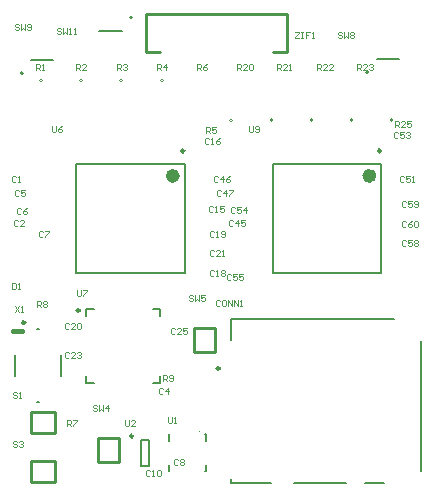
<source format=gto>
G04*
G04 #@! TF.GenerationSoftware,Altium Limited,Altium Designer,19.1.7 (138)*
G04*
G04 Layer_Color=65535*
%FSLAX43Y43*%
%MOMM*%
G71*
G01*
G75*
%ADD10C,0.200*%
%ADD11C,0.250*%
%ADD12C,0.600*%
%ADD13C,0.100*%
%ADD14C,0.000*%
%ADD15C,0.127*%
%ADD16C,0.254*%
%ADD17C,0.400*%
%ADD18C,0.102*%
D10*
X30375Y25385D02*
G03*
X30375Y25385I-100J0D01*
G01*
X1100Y25285D02*
G03*
X1100Y25285I-100J0D01*
G01*
X10375Y30015D02*
G03*
X10375Y30015I-100J0D01*
G01*
X34850Y-8400D02*
Y2600D01*
X30100Y-9400D02*
X31650D01*
X18700Y4450D02*
X32550D01*
X18700Y2750D02*
Y4450D01*
Y-9400D02*
X22100D01*
X18700D02*
Y-9100D01*
X24100Y-9400D02*
X28500D01*
X5600Y17600D02*
X14800D01*
X5600Y8400D02*
X14800D01*
Y17600D01*
X5600Y8400D02*
Y17600D01*
X11150Y-5725D02*
X11750D01*
X11150Y-7925D02*
X11750D01*
X11150D02*
Y-5725D01*
X11750Y-7925D02*
Y-5725D01*
X2275Y3650D02*
X2475D01*
X2275Y-2550D02*
X2475D01*
X425Y-353D02*
Y1453D01*
X4325Y-353D02*
Y1453D01*
X22250Y17600D02*
X31450D01*
X22250Y8400D02*
X31450D01*
Y17600D01*
X22250Y8400D02*
Y17600D01*
X6450Y4700D02*
Y5350D01*
X7100D01*
X12100D02*
X12750D01*
Y4700D02*
Y5350D01*
Y-950D02*
Y-300D01*
X12100Y-950D02*
X12750D01*
X6450D02*
Y-300D01*
Y-950D02*
X7100D01*
X16600Y-8425D02*
Y-7875D01*
X16550Y-8425D02*
X16600D01*
X16550Y-5275D02*
X16600D01*
Y-5825D02*
Y-5275D01*
X13450Y-5825D02*
Y-5275D01*
X13500D01*
X13450Y-8425D02*
X13500D01*
X13450D02*
Y-7875D01*
D11*
X17775Y300D02*
G03*
X17775Y300I-125J0D01*
G01*
X14775Y18725D02*
G03*
X14775Y18725I-125J0D01*
G01*
X10450Y-5425D02*
G03*
X10450Y-5425I-125J0D01*
G01*
X1300Y4200D02*
G03*
X1300Y4200I-125J0D01*
G01*
X31425Y18725D02*
G03*
X31425Y18725I-125J0D01*
G01*
X5925Y5200D02*
G03*
X5925Y5200I-125J0D01*
G01*
D12*
X14100Y16600D02*
G03*
X14100Y16600I-300J0D01*
G01*
X30750Y16600D02*
G03*
X30750Y16600I-300J0D01*
G01*
D13*
X16091Y-5050D02*
G03*
X16091Y-5050I-50J0D01*
G01*
D14*
X32467Y21320D02*
G03*
X32467Y21320I-127J0D01*
G01*
X29067D02*
G03*
X29067Y21320I-127J0D01*
G01*
X25667D02*
G03*
X25667Y21320I-127J0D01*
G01*
X22267D02*
G03*
X22267Y21320I-127J0D01*
G01*
X18867D02*
G03*
X18867Y21320I-127J0D01*
G01*
X12987Y24680D02*
G03*
X12987Y24680I-127J0D01*
G01*
X9587D02*
G03*
X9587Y24680I-127J0D01*
G01*
X6187D02*
G03*
X6187Y24680I-127J0D01*
G01*
X2787D02*
G03*
X2787Y24680I-127J0D01*
G01*
D15*
X31075Y26500D02*
X32975D01*
X1800Y26400D02*
X3700D01*
X7575Y28900D02*
X9475D01*
D16*
X23500Y27100D02*
Y30350D01*
X23250Y27100D02*
X23500D01*
X22250D02*
X23250D01*
X11500Y30350D02*
X23500D01*
X11500Y27100D02*
Y30350D01*
Y27100D02*
X12750D01*
X15602Y1666D02*
Y3698D01*
X17380Y1666D02*
Y3698D01*
X15602D02*
X17380D01*
X15602Y1666D02*
X17380D01*
X7452Y-7659D02*
Y-5627D01*
X9230Y-7659D02*
Y-5627D01*
X7452D02*
X9230D01*
X7452Y-7659D02*
X9230D01*
X1791Y-7502D02*
X3823D01*
X1791Y-9280D02*
X3823D01*
Y-7502D01*
X1791Y-9280D02*
Y-7502D01*
X1791Y-3377D02*
X3823D01*
X1791Y-5155D02*
X3823D01*
Y-3377D01*
X1791Y-5155D02*
Y-3377D01*
D17*
X250Y3475D02*
X1050D01*
D18*
X4825Y-4600D02*
Y-4092D01*
X5079D01*
X5164Y-4177D01*
Y-4346D01*
X5079Y-4431D01*
X4825D01*
X4994D02*
X5164Y-4600D01*
X5333Y-4092D02*
X5671D01*
Y-4177D01*
X5333Y-4515D01*
Y-4600D01*
X11864Y-8377D02*
X11779Y-8292D01*
X11610D01*
X11525Y-8377D01*
Y-8715D01*
X11610Y-8800D01*
X11779D01*
X11864Y-8715D01*
X12033Y-8800D02*
X12202D01*
X12117D01*
Y-8292D01*
X12033Y-8377D01*
X12456D02*
X12541Y-8292D01*
X12710D01*
X12795Y-8377D01*
Y-8715D01*
X12710Y-8800D01*
X12541D01*
X12456Y-8715D01*
Y-8377D01*
X18864Y12798D02*
X18779Y12883D01*
X18610D01*
X18525Y12798D01*
Y12460D01*
X18610Y12375D01*
X18779D01*
X18864Y12460D01*
X19287Y12375D02*
Y12883D01*
X19033Y12629D01*
X19371D01*
X19879Y12883D02*
X19541D01*
Y12629D01*
X19710Y12714D01*
X19795D01*
X19879Y12629D01*
Y12460D01*
X19795Y12375D01*
X19625D01*
X19541Y12460D01*
X19064Y13873D02*
X18979Y13958D01*
X18810D01*
X18725Y13873D01*
Y13535D01*
X18810Y13450D01*
X18979D01*
X19064Y13535D01*
X19571Y13958D02*
X19233D01*
Y13704D01*
X19402Y13789D01*
X19487D01*
X19571Y13704D01*
Y13535D01*
X19487Y13450D01*
X19317D01*
X19233Y13535D01*
X19995Y13450D02*
Y13958D01*
X19741Y13704D01*
X20079D01*
X2853Y11828D02*
X2768Y11912D01*
X2599D01*
X2514Y11828D01*
Y11489D01*
X2599Y11405D01*
X2768D01*
X2853Y11489D01*
X3022Y11912D02*
X3361D01*
Y11828D01*
X3022Y11489D01*
Y11405D01*
X948Y13834D02*
X863Y13919D01*
X694D01*
X609Y13834D01*
Y13496D01*
X694Y13411D01*
X863D01*
X948Y13496D01*
X1456Y13919D02*
X1286Y13834D01*
X1117Y13665D01*
Y13496D01*
X1202Y13411D01*
X1371D01*
X1456Y13496D01*
Y13581D01*
X1371Y13665D01*
X1117D01*
X714Y12823D02*
X629Y12908D01*
X460D01*
X375Y12823D01*
Y12485D01*
X460Y12400D01*
X629D01*
X714Y12485D01*
X1221Y12400D02*
X883D01*
X1221Y12739D01*
Y12823D01*
X1137Y12908D01*
X967D01*
X883Y12823D01*
X491Y16476D02*
X406Y16561D01*
X237D01*
X152Y16476D01*
Y16137D01*
X237Y16053D01*
X406D01*
X491Y16137D01*
X660Y16053D02*
X829D01*
X745D01*
Y16561D01*
X660Y16476D01*
X770Y15333D02*
X685Y15418D01*
X516D01*
X431Y15333D01*
Y14994D01*
X516Y14910D01*
X685D01*
X770Y14994D01*
X1278Y15418D02*
X939D01*
Y15164D01*
X1109Y15248D01*
X1193D01*
X1278Y15164D01*
Y14994D01*
X1193Y14910D01*
X1024D01*
X939Y14994D01*
X33520Y11108D02*
X33436Y11192D01*
X33266D01*
X33182Y11108D01*
Y10769D01*
X33266Y10685D01*
X33436D01*
X33520Y10769D01*
X34028Y11192D02*
X33689D01*
Y10939D01*
X33859Y11023D01*
X33943D01*
X34028Y10939D01*
Y10769D01*
X33943Y10685D01*
X33774D01*
X33689Y10769D01*
X34197Y11108D02*
X34282Y11192D01*
X34451D01*
X34536Y11108D01*
Y11023D01*
X34451Y10939D01*
X34536Y10854D01*
Y10769D01*
X34451Y10685D01*
X34282D01*
X34197Y10769D01*
Y10854D01*
X34282Y10939D01*
X34197Y11023D01*
Y11108D01*
X34282Y10939D02*
X34451D01*
X33520Y12733D02*
X33436Y12818D01*
X33266D01*
X33182Y12733D01*
Y12395D01*
X33266Y12310D01*
X33436D01*
X33520Y12395D01*
X34028Y12818D02*
X33859Y12733D01*
X33689Y12564D01*
Y12395D01*
X33774Y12310D01*
X33943D01*
X34028Y12395D01*
Y12480D01*
X33943Y12564D01*
X33689D01*
X34197Y12733D02*
X34282Y12818D01*
X34451D01*
X34536Y12733D01*
Y12395D01*
X34451Y12310D01*
X34282D01*
X34197Y12395D01*
Y12733D01*
X33520Y14384D02*
X33436Y14469D01*
X33266D01*
X33182Y14384D01*
Y14046D01*
X33266Y13961D01*
X33436D01*
X33520Y14046D01*
X34028Y14469D02*
X33689D01*
Y14215D01*
X33859Y14300D01*
X33943D01*
X34028Y14215D01*
Y14046D01*
X33943Y13961D01*
X33774D01*
X33689Y14046D01*
X34197D02*
X34282Y13961D01*
X34451D01*
X34536Y14046D01*
Y14384D01*
X34451Y14469D01*
X34282D01*
X34197Y14384D01*
Y14300D01*
X34282Y14215D01*
X34536D01*
X33393Y16518D02*
X33309Y16603D01*
X33139D01*
X33055Y16518D01*
Y16179D01*
X33139Y16095D01*
X33309D01*
X33393Y16179D01*
X33901Y16603D02*
X33562D01*
Y16349D01*
X33732Y16433D01*
X33816D01*
X33901Y16349D01*
Y16179D01*
X33816Y16095D01*
X33647D01*
X33562Y16179D01*
X34070Y16095D02*
X34240D01*
X34155D01*
Y16603D01*
X34070Y16518D01*
X32597Y20743D02*
Y21251D01*
X32851D01*
X32936Y21166D01*
Y20997D01*
X32851Y20912D01*
X32597D01*
X32767D02*
X32936Y20743D01*
X33444D02*
X33105D01*
X33444Y21082D01*
Y21166D01*
X33359Y21251D01*
X33190D01*
X33105Y21166D01*
X33952Y21251D02*
X33613D01*
Y20997D01*
X33782Y21082D01*
X33867D01*
X33952Y20997D01*
Y20828D01*
X33867Y20743D01*
X33698D01*
X33613Y20828D01*
X32885Y20252D02*
X32801Y20336D01*
X32631D01*
X32547Y20252D01*
Y19913D01*
X32631Y19829D01*
X32801D01*
X32885Y19913D01*
X33393Y20336D02*
X33054D01*
Y20083D01*
X33224Y20167D01*
X33308D01*
X33393Y20083D01*
Y19913D01*
X33308Y19829D01*
X33139D01*
X33054Y19913D01*
X33562Y20252D02*
X33647Y20336D01*
X33816D01*
X33901Y20252D01*
Y20167D01*
X33816Y20083D01*
X33732D01*
X33816D01*
X33901Y19998D01*
Y19913D01*
X33816Y19829D01*
X33647D01*
X33562Y19913D01*
X28164Y28673D02*
X28079Y28758D01*
X27910D01*
X27825Y28673D01*
Y28589D01*
X27910Y28504D01*
X28079D01*
X28164Y28419D01*
Y28335D01*
X28079Y28250D01*
X27910D01*
X27825Y28335D01*
X28333Y28758D02*
Y28250D01*
X28502Y28419D01*
X28671Y28250D01*
Y28758D01*
X28841Y28673D02*
X28925Y28758D01*
X29095D01*
X29179Y28673D01*
Y28589D01*
X29095Y28504D01*
X29179Y28419D01*
Y28335D01*
X29095Y28250D01*
X28925D01*
X28841Y28335D01*
Y28419D01*
X28925Y28504D01*
X28841Y28589D01*
Y28673D01*
X28925Y28504D02*
X29095D01*
X24125Y28783D02*
X24464D01*
Y28698D01*
X24125Y28360D01*
Y28275D01*
X24464D01*
X24633Y28783D02*
X24802D01*
X24717D01*
Y28275D01*
X24633D01*
X24802D01*
X25395Y28783D02*
X25056D01*
Y28529D01*
X25225D01*
X25056D01*
Y28275D01*
X25564D02*
X25733D01*
X25649D01*
Y28783D01*
X25564Y28698D01*
X789Y29348D02*
X704Y29433D01*
X535D01*
X450Y29348D01*
Y29264D01*
X535Y29179D01*
X704D01*
X789Y29094D01*
Y29010D01*
X704Y28925D01*
X535D01*
X450Y29010D01*
X958Y29433D02*
Y28925D01*
X1127Y29094D01*
X1296Y28925D01*
Y29433D01*
X1466Y29010D02*
X1550Y28925D01*
X1720D01*
X1804Y29010D01*
Y29348D01*
X1720Y29433D01*
X1550D01*
X1466Y29348D01*
Y29264D01*
X1550Y29179D01*
X1804D01*
X4364Y29023D02*
X4279Y29108D01*
X4110D01*
X4025Y29023D01*
Y28939D01*
X4110Y28854D01*
X4279D01*
X4364Y28769D01*
Y28685D01*
X4279Y28600D01*
X4110D01*
X4025Y28685D01*
X4533Y29108D02*
Y28600D01*
X4702Y28769D01*
X4871Y28600D01*
Y29108D01*
X5041Y28600D02*
X5210D01*
X5125D01*
Y29108D01*
X5041Y29023D01*
X5464Y28600D02*
X5633D01*
X5549D01*
Y29108D01*
X5464Y29023D01*
X17839Y6011D02*
X17755Y6096D01*
X17585D01*
X17501Y6011D01*
Y5673D01*
X17585Y5588D01*
X17755D01*
X17839Y5673D01*
X18262Y6096D02*
X18093D01*
X18008Y6011D01*
Y5673D01*
X18093Y5588D01*
X18262D01*
X18347Y5673D01*
Y6011D01*
X18262Y6096D01*
X18516Y5588D02*
Y6096D01*
X18855Y5588D01*
Y6096D01*
X19024Y5588D02*
Y6096D01*
X19363Y5588D01*
Y6096D01*
X19532Y5588D02*
X19701D01*
X19617D01*
Y6096D01*
X19532Y6011D01*
X2235Y25578D02*
Y26086D01*
X2489D01*
X2574Y26001D01*
Y25832D01*
X2489Y25747D01*
X2235D01*
X2405D02*
X2574Y25578D01*
X2743D02*
X2912D01*
X2828D01*
Y26086D01*
X2743Y26001D01*
X406Y5562D02*
X745Y5055D01*
Y5562D02*
X406Y5055D01*
X914D02*
X1084D01*
X999D01*
Y5562D01*
X914Y5478D01*
X20218Y20853D02*
Y20430D01*
X20303Y20345D01*
X20472D01*
X20557Y20430D01*
Y20853D01*
X20726Y20430D02*
X20811Y20345D01*
X20980D01*
X21065Y20430D01*
Y20769D01*
X20980Y20853D01*
X20811D01*
X20726Y20769D01*
Y20684D01*
X20811Y20599D01*
X21065D01*
X5664Y6959D02*
Y6536D01*
X5749Y6452D01*
X5918D01*
X6003Y6536D01*
Y6959D01*
X6172D02*
X6511D01*
Y6875D01*
X6172Y6536D01*
Y6452D01*
X3581Y20853D02*
Y20430D01*
X3666Y20345D01*
X3835D01*
X3920Y20430D01*
Y20853D01*
X4428D02*
X4259Y20769D01*
X4089Y20599D01*
Y20430D01*
X4174Y20345D01*
X4343D01*
X4428Y20430D01*
Y20515D01*
X4343Y20599D01*
X4089D01*
X9728Y-4064D02*
Y-4487D01*
X9813Y-4572D01*
X9982D01*
X10067Y-4487D01*
Y-4064D01*
X10575Y-4572D02*
X10236D01*
X10575Y-4233D01*
Y-4149D01*
X10490Y-4064D01*
X10321D01*
X10236Y-4149D01*
X13437Y-3836D02*
Y-4259D01*
X13521Y-4343D01*
X13691D01*
X13775Y-4259D01*
Y-3836D01*
X13944Y-4343D02*
X14114D01*
X14029D01*
Y-3836D01*
X13944Y-3920D01*
X15477Y6468D02*
X15392Y6553D01*
X15223D01*
X15138Y6468D01*
Y6384D01*
X15223Y6299D01*
X15392D01*
X15477Y6215D01*
Y6130D01*
X15392Y6045D01*
X15223D01*
X15138Y6130D01*
X15646Y6553D02*
Y6045D01*
X15816Y6215D01*
X15985Y6045D01*
Y6553D01*
X16493D02*
X16154D01*
Y6299D01*
X16323Y6384D01*
X16408D01*
X16493Y6299D01*
Y6130D01*
X16408Y6045D01*
X16239D01*
X16154Y6130D01*
X7349Y-2853D02*
X7264Y-2769D01*
X7095D01*
X7010Y-2853D01*
Y-2938D01*
X7095Y-3023D01*
X7264D01*
X7349Y-3107D01*
Y-3192D01*
X7264Y-3277D01*
X7095D01*
X7010Y-3192D01*
X7518Y-2769D02*
Y-3277D01*
X7688Y-3107D01*
X7857Y-3277D01*
Y-2769D01*
X8280Y-3277D02*
Y-2769D01*
X8026Y-3023D01*
X8365D01*
X593Y-5927D02*
X508Y-5842D01*
X339D01*
X254Y-5927D01*
Y-6011D01*
X339Y-6096D01*
X508D01*
X593Y-6181D01*
Y-6265D01*
X508Y-6350D01*
X339D01*
X254Y-6265D01*
X762Y-5927D02*
X847Y-5842D01*
X1016D01*
X1100Y-5927D01*
Y-6011D01*
X1016Y-6096D01*
X931D01*
X1016D01*
X1100Y-6181D01*
Y-6265D01*
X1016Y-6350D01*
X847D01*
X762Y-6265D01*
X593Y-1787D02*
X508Y-1702D01*
X339D01*
X254Y-1787D01*
Y-1871D01*
X339Y-1956D01*
X508D01*
X593Y-2040D01*
Y-2125D01*
X508Y-2210D01*
X339D01*
X254Y-2125D01*
X762Y-2210D02*
X931D01*
X847D01*
Y-1702D01*
X762Y-1787D01*
X29439Y25578D02*
Y26086D01*
X29693D01*
X29777Y26001D01*
Y25832D01*
X29693Y25747D01*
X29439D01*
X29608D02*
X29777Y25578D01*
X30285D02*
X29946D01*
X30285Y25916D01*
Y26001D01*
X30200Y26086D01*
X30031D01*
X29946Y26001D01*
X30454D02*
X30539Y26086D01*
X30708D01*
X30793Y26001D01*
Y25916D01*
X30708Y25832D01*
X30624D01*
X30708D01*
X30793Y25747D01*
Y25662D01*
X30708Y25578D01*
X30539D01*
X30454Y25662D01*
X26035Y25578D02*
Y26086D01*
X26289D01*
X26374Y26001D01*
Y25832D01*
X26289Y25747D01*
X26035D01*
X26204D02*
X26374Y25578D01*
X26881D02*
X26543D01*
X26881Y25916D01*
Y26001D01*
X26797Y26086D01*
X26628D01*
X26543Y26001D01*
X27389Y25578D02*
X27051D01*
X27389Y25916D01*
Y26001D01*
X27305Y26086D01*
X27135D01*
X27051Y26001D01*
X22631Y25578D02*
Y26086D01*
X22885D01*
X22970Y26001D01*
Y25832D01*
X22885Y25747D01*
X22631D01*
X22801D02*
X22970Y25578D01*
X23478D02*
X23139D01*
X23478Y25916D01*
Y26001D01*
X23393Y26086D01*
X23224D01*
X23139Y26001D01*
X23647Y25578D02*
X23816D01*
X23732D01*
Y26086D01*
X23647Y26001D01*
X19228Y25578D02*
Y26086D01*
X19482D01*
X19566Y26001D01*
Y25832D01*
X19482Y25747D01*
X19228D01*
X19397D02*
X19566Y25578D01*
X20074D02*
X19736D01*
X20074Y25916D01*
Y26001D01*
X19990Y26086D01*
X19820D01*
X19736Y26001D01*
X20244D02*
X20328Y26086D01*
X20497D01*
X20582Y26001D01*
Y25662D01*
X20497Y25578D01*
X20328D01*
X20244Y25662D01*
Y26001D01*
X12954Y-787D02*
Y-280D01*
X13208D01*
X13293Y-364D01*
Y-533D01*
X13208Y-618D01*
X12954D01*
X13123D02*
X13293Y-787D01*
X13462Y-703D02*
X13547Y-787D01*
X13716D01*
X13800Y-703D01*
Y-364D01*
X13716Y-280D01*
X13547D01*
X13462Y-364D01*
Y-449D01*
X13547Y-533D01*
X13800D01*
X2311Y5461D02*
Y5969D01*
X2565D01*
X2650Y5884D01*
Y5715D01*
X2565Y5630D01*
X2311D01*
X2481D02*
X2650Y5461D01*
X2819Y5884D02*
X2904Y5969D01*
X3073D01*
X3158Y5884D01*
Y5800D01*
X3073Y5715D01*
X3158Y5630D01*
Y5546D01*
X3073Y5461D01*
X2904D01*
X2819Y5546D01*
Y5630D01*
X2904Y5715D01*
X2819Y5800D01*
Y5884D01*
X2904Y5715D02*
X3073D01*
X15850Y25578D02*
Y26086D01*
X16104D01*
X16188Y26001D01*
Y25832D01*
X16104Y25747D01*
X15850D01*
X16019D02*
X16188Y25578D01*
X16696Y26086D02*
X16527Y26001D01*
X16357Y25832D01*
Y25662D01*
X16442Y25578D01*
X16611D01*
X16696Y25662D01*
Y25747D01*
X16611Y25832D01*
X16357D01*
X16586Y20193D02*
Y20701D01*
X16840D01*
X16925Y20616D01*
Y20447D01*
X16840Y20362D01*
X16586D01*
X16756D02*
X16925Y20193D01*
X17433Y20701D02*
X17094D01*
Y20447D01*
X17263Y20532D01*
X17348D01*
X17433Y20447D01*
Y20278D01*
X17348Y20193D01*
X17179D01*
X17094Y20278D01*
X12446Y25578D02*
Y26086D01*
X12700D01*
X12785Y26001D01*
Y25832D01*
X12700Y25747D01*
X12446D01*
X12615D02*
X12785Y25578D01*
X13208D02*
Y26086D01*
X12954Y25832D01*
X13292D01*
X9042Y25578D02*
Y26086D01*
X9296D01*
X9381Y26001D01*
Y25832D01*
X9296Y25747D01*
X9042D01*
X9212D02*
X9381Y25578D01*
X9550Y26001D02*
X9635Y26086D01*
X9804D01*
X9889Y26001D01*
Y25916D01*
X9804Y25832D01*
X9720D01*
X9804D01*
X9889Y25747D01*
Y25662D01*
X9804Y25578D01*
X9635D01*
X9550Y25662D01*
X5639Y25578D02*
Y26086D01*
X5893D01*
X5977Y26001D01*
Y25832D01*
X5893Y25747D01*
X5639D01*
X5808D02*
X5977Y25578D01*
X6485D02*
X6147D01*
X6485Y25916D01*
Y26001D01*
X6401Y26086D01*
X6231D01*
X6147Y26001D01*
X152Y7518D02*
Y7010D01*
X406D01*
X491Y7095D01*
Y7434D01*
X406Y7518D01*
X152D01*
X660Y7010D02*
X830D01*
X745D01*
Y7518D01*
X660Y7434D01*
X18728Y8221D02*
X18644Y8306D01*
X18474D01*
X18390Y8221D01*
Y7882D01*
X18474Y7798D01*
X18644D01*
X18728Y7882D01*
X19236Y8306D02*
X18897D01*
Y8052D01*
X19067Y8136D01*
X19151D01*
X19236Y8052D01*
Y7882D01*
X19151Y7798D01*
X18982D01*
X18897Y7882D01*
X19744Y8306D02*
X19405D01*
Y8052D01*
X19575Y8136D01*
X19659D01*
X19744Y8052D01*
Y7882D01*
X19659Y7798D01*
X19490D01*
X19405Y7882D01*
X17865Y15333D02*
X17780Y15418D01*
X17611D01*
X17526Y15333D01*
Y14994D01*
X17611Y14910D01*
X17780D01*
X17865Y14994D01*
X18288Y14910D02*
Y15418D01*
X18034Y15164D01*
X18372D01*
X18542Y15418D02*
X18880D01*
Y15333D01*
X18542Y14994D01*
Y14910D01*
X17636Y16476D02*
X17551Y16561D01*
X17382D01*
X17297Y16476D01*
Y16137D01*
X17382Y16053D01*
X17551D01*
X17636Y16137D01*
X18059Y16053D02*
Y16561D01*
X17805Y16307D01*
X18144D01*
X18652Y16561D02*
X18482Y16476D01*
X18313Y16307D01*
Y16137D01*
X18398Y16053D01*
X18567D01*
X18652Y16137D01*
Y16222D01*
X18567Y16307D01*
X18313D01*
X14029Y3649D02*
X13945Y3734D01*
X13775D01*
X13691Y3649D01*
Y3310D01*
X13775Y3226D01*
X13945D01*
X14029Y3310D01*
X14537Y3226D02*
X14198D01*
X14537Y3564D01*
Y3649D01*
X14452Y3734D01*
X14283D01*
X14198Y3649D01*
X15045Y3734D02*
X14706D01*
Y3480D01*
X14876Y3564D01*
X14960D01*
X15045Y3480D01*
Y3310D01*
X14960Y3226D01*
X14791D01*
X14706Y3310D01*
X5012Y1617D02*
X4928Y1702D01*
X4758D01*
X4674Y1617D01*
Y1278D01*
X4758Y1194D01*
X4928D01*
X5012Y1278D01*
X5520Y1194D02*
X5181D01*
X5520Y1532D01*
Y1617D01*
X5435Y1702D01*
X5266D01*
X5181Y1617D01*
X5689D02*
X5774Y1702D01*
X5943D01*
X6028Y1617D01*
Y1532D01*
X5943Y1448D01*
X5859D01*
X5943D01*
X6028Y1363D01*
Y1278D01*
X5943Y1194D01*
X5774D01*
X5689Y1278D01*
X17280Y10228D02*
X17196Y10312D01*
X17026D01*
X16942Y10228D01*
Y9889D01*
X17026Y9804D01*
X17196D01*
X17280Y9889D01*
X17788Y9804D02*
X17450D01*
X17788Y10143D01*
Y10228D01*
X17704Y10312D01*
X17534D01*
X17450Y10228D01*
X17958Y9804D02*
X18127D01*
X18042D01*
Y10312D01*
X17958Y10228D01*
X5012Y4081D02*
X4928Y4165D01*
X4758D01*
X4674Y4081D01*
Y3742D01*
X4758Y3658D01*
X4928D01*
X5012Y3742D01*
X5520Y3658D02*
X5181D01*
X5520Y3996D01*
Y4081D01*
X5435Y4165D01*
X5266D01*
X5181Y4081D01*
X5689D02*
X5774Y4165D01*
X5943D01*
X6028Y4081D01*
Y3742D01*
X5943Y3658D01*
X5774D01*
X5689Y3742D01*
Y4081D01*
X17280Y11879D02*
X17196Y11963D01*
X17026D01*
X16942Y11879D01*
Y11540D01*
X17026Y11455D01*
X17196D01*
X17280Y11540D01*
X17450Y11455D02*
X17619D01*
X17534D01*
Y11963D01*
X17450Y11879D01*
X17873Y11540D02*
X17958Y11455D01*
X18127D01*
X18211Y11540D01*
Y11879D01*
X18127Y11963D01*
X17958D01*
X17873Y11879D01*
Y11794D01*
X17958Y11709D01*
X18211D01*
X17280Y8577D02*
X17196Y8661D01*
X17026D01*
X16942Y8577D01*
Y8238D01*
X17026Y8153D01*
X17196D01*
X17280Y8238D01*
X17450Y8153D02*
X17619D01*
X17534D01*
Y8661D01*
X17450Y8577D01*
X17873D02*
X17958Y8661D01*
X18127D01*
X18211Y8577D01*
Y8492D01*
X18127Y8407D01*
X18211Y8323D01*
Y8238D01*
X18127Y8153D01*
X17958D01*
X17873Y8238D01*
Y8323D01*
X17958Y8407D01*
X17873Y8492D01*
Y8577D01*
X17958Y8407D02*
X18127D01*
X16849Y19727D02*
X16764Y19812D01*
X16595D01*
X16510Y19727D01*
Y19389D01*
X16595Y19304D01*
X16764D01*
X16849Y19389D01*
X17018Y19304D02*
X17187D01*
X17103D01*
Y19812D01*
X17018Y19727D01*
X17780Y19812D02*
X17610Y19727D01*
X17441Y19558D01*
Y19389D01*
X17526Y19304D01*
X17695D01*
X17780Y19389D01*
Y19473D01*
X17695Y19558D01*
X17441D01*
X17204Y13987D02*
X17120Y14071D01*
X16950D01*
X16866Y13987D01*
Y13648D01*
X16950Y13564D01*
X17120D01*
X17204Y13648D01*
X17373Y13564D02*
X17543D01*
X17458D01*
Y14071D01*
X17373Y13987D01*
X18135Y14071D02*
X17797D01*
Y13818D01*
X17966Y13902D01*
X18051D01*
X18135Y13818D01*
Y13648D01*
X18051Y13564D01*
X17881D01*
X17797Y13648D01*
X14207Y-7476D02*
X14122Y-7392D01*
X13953D01*
X13868Y-7476D01*
Y-7815D01*
X13953Y-7899D01*
X14122D01*
X14207Y-7815D01*
X14376Y-7476D02*
X14461Y-7392D01*
X14630D01*
X14715Y-7476D01*
Y-7561D01*
X14630Y-7645D01*
X14715Y-7730D01*
Y-7815D01*
X14630Y-7899D01*
X14461D01*
X14376Y-7815D01*
Y-7730D01*
X14461Y-7645D01*
X14376Y-7561D01*
Y-7476D01*
X14461Y-7645D02*
X14630D01*
X13013Y-1406D02*
X12929Y-1321D01*
X12759D01*
X12675Y-1406D01*
Y-1744D01*
X12759Y-1829D01*
X12929D01*
X13013Y-1744D01*
X13436Y-1829D02*
Y-1321D01*
X13182Y-1575D01*
X13521D01*
M02*

</source>
